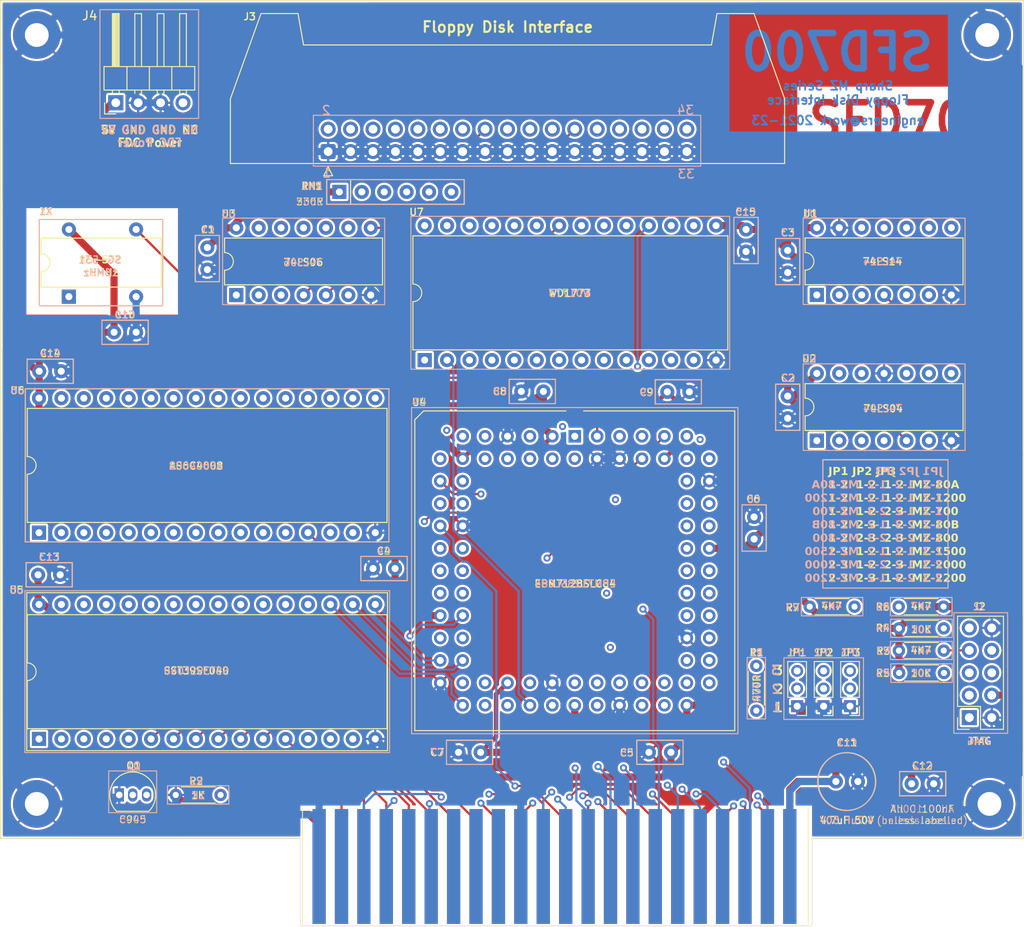
<source format=kicad_pcb>
(kicad_pcb
	(version 20240108)
	(generator "pcbnew")
	(generator_version "8.0")
	(general
		(thickness 1.6)
		(legacy_teardrops no)
	)
	(paper "A4")
	(layers
		(0 "F.Cu" mixed)
		(1 "In1.Cu" signal)
		(2 "In2.Cu" signal)
		(31 "B.Cu" mixed)
		(32 "B.Adhes" user "B.Adhesive")
		(33 "F.Adhes" user "F.Adhesive")
		(34 "B.Paste" user)
		(35 "F.Paste" user)
		(36 "B.SilkS" user "B.Silkscreen")
		(37 "F.SilkS" user "F.Silkscreen")
		(38 "B.Mask" user)
		(39 "F.Mask" user)
		(40 "Dwgs.User" user "User.Drawings")
		(41 "Cmts.User" user "User.Comments")
		(42 "Eco1.User" user "User.Eco1")
		(43 "Eco2.User" user "User.Eco2")
		(44 "Edge.Cuts" user)
		(45 "Margin" user)
		(46 "B.CrtYd" user "B.Courtyard")
		(47 "F.CrtYd" user "F.Courtyard")
		(48 "B.Fab" user)
		(49 "F.Fab" user)
	)
	(setup
		(stackup
			(layer "F.SilkS"
				(type "Top Silk Screen")
				(color "White")
			)
			(layer "F.Paste"
				(type "Top Solder Paste")
			)
			(layer "F.Mask"
				(type "Top Solder Mask")
				(thickness 0.01)
			)
			(layer "F.Cu"
				(type "copper")
				(thickness 0.035)
			)
			(layer "dielectric 1"
				(type "prepreg")
				(thickness 0.1)
				(material "FR4")
				(epsilon_r 4.5)
				(loss_tangent 0.02)
			)
			(layer "In1.Cu"
				(type "copper")
				(thickness 0.035)
			)
			(layer "dielectric 2"
				(type "core")
				(thickness 1.24)
				(material "FR4")
				(epsilon_r 4.5)
				(loss_tangent 0.02)
			)
			(layer "In2.Cu"
				(type "copper")
				(thickness 0.035)
			)
			(layer "dielectric 3"
				(type "prepreg")
				(thickness 0.1)
				(material "FR4")
				(epsilon_r 4.5)
				(loss_tangent 0.02)
			)
			(layer "B.Cu"
				(type "copper")
				(thickness 0.035)
			)
			(layer "B.Mask"
				(type "Bottom Solder Mask")
				(thickness 0.01)
			)
			(layer "B.Paste"
				(type "Bottom Solder Paste")
			)
			(layer "B.SilkS"
				(type "Bottom Silk Screen")
				(color "White")
			)
			(copper_finish "None")
			(dielectric_constraints no)
		)
		(pad_to_mask_clearance 0)
		(allow_soldermask_bridges_in_footprints no)
		(pcbplotparams
			(layerselection 0x00010fc_ffffffff)
			(plot_on_all_layers_selection 0x0000000_00000000)
			(disableapertmacros no)
			(usegerberextensions no)
			(usegerberattributes no)
			(usegerberadvancedattributes no)
			(creategerberjobfile no)
			(dashed_line_dash_ratio 12.000000)
			(dashed_line_gap_ratio 3.000000)
			(svgprecision 6)
			(plotframeref no)
			(viasonmask no)
			(mode 1)
			(useauxorigin no)
			(hpglpennumber 1)
			(hpglpenspeed 20)
			(hpglpendiameter 15.000000)
			(pdf_front_fp_property_popups yes)
			(pdf_back_fp_property_popups yes)
			(dxfpolygonmode yes)
			(dxfimperialunits yes)
			(dxfusepcbnewfont yes)
			(psnegative no)
			(psa4output no)
			(plotreference yes)
			(plotvalue yes)
			(plotfptext yes)
			(plotinvisibletext no)
			(sketchpadsonfab no)
			(subtractmaskfromsilk no)
			(outputformat 1)
			(mirror no)
			(drillshape 0)
			(scaleselection 1)
			(outputdirectory "Output/v1.2/")
		)
	)
	(net 0 "")
	(net 1 "+5V")
	(net 2 "GNDPWR")
	(net 3 "unconnected-(J1-~{HALT}-Pad28)")
	(net 4 "unconnected-(U2-Pad10)")
	(net 5 "unconnected-(J1-IE1-Pad30)")
	(net 6 "unconnected-(J1-NC-Pad32)")
	(net 7 "/Logic Sheet/D2")
	(net 8 "/Logic Sheet/D3")
	(net 9 "/Logic Sheet/D1")
	(net 10 "/Logic Sheet/D4")
	(net 11 "/Logic Sheet/D0")
	(net 12 "/Logic Sheet/D5")
	(net 13 "/Logic Sheet/D6")
	(net 14 "/Logic Sheet/A15")
	(net 15 "/Logic Sheet/D7")
	(net 16 "/Logic Sheet/A14")
	(net 17 "unconnected-(J1-NC-Pad42)")
	(net 18 "/Logic Sheet/BUS0")
	(net 19 "/Logic Sheet/A13")
	(net 20 "/Logic Sheet/~{M1}")
	(net 21 "/Logic Sheet/A12")
	(net 22 "/Logic Sheet/~{WR}")
	(net 23 "/Logic Sheet/A11")
	(net 24 "/Logic Sheet/~{RD}")
	(net 25 "/Logic Sheet/A10")
	(net 26 "/Logic Sheet/~{IORQ}")
	(net 27 "/Logic Sheet/A9")
	(net 28 "/Logic Sheet/~{MREQ}")
	(net 29 "/Logic Sheet/A8")
	(net 30 "/Logic Sheet/A7")
	(net 31 "unconnected-(J1-~{EXRESET}-Pad36)")
	(net 32 "/Logic Sheet/A6")
	(net 33 "/Logic Sheet/JTAG_TCLK")
	(net 34 "/Logic Sheet/A5")
	(net 35 "/Logic Sheet/A4")
	(net 36 "/Logic Sheet/RESET")
	(net 37 "/Logic Sheet/A3")
	(net 38 "/Logic Sheet/JTAG_TDO")
	(net 39 "/Logic Sheet/A2")
	(net 40 "/Logic Sheet/~{INT}")
	(net 41 "/Logic Sheet/A1")
	(net 42 "/Logic Sheet/~{EXWAIT}")
	(net 43 "/Logic Sheet/A0")
	(net 44 "/Logic Sheet/~{DRVSD}")
	(net 45 "/Logic Sheet/~{INDEX}")
	(net 46 "/Logic Sheet/~{DRVSA}")
	(net 47 "/Logic Sheet/~{DRVSB}")
	(net 48 "/Logic Sheet/~{DRVSC}")
	(net 49 "/Logic Sheet/~{MOTOR}")
	(net 50 "/Logic Sheet/~{DIR}")
	(net 51 "/Logic Sheet/~{STEP}")
	(net 52 "/Logic Sheet/~{WDATA}")
	(net 53 "/Logic Sheet/~{WGATE}")
	(net 54 "/Logic Sheet/~{TRK00}")
	(net 55 "/Logic Sheet/~{WPT}")
	(net 56 "/Logic Sheet/~{RDATA}")
	(net 57 "/Logic Sheet/~{SIDE1}")
	(net 58 "/Logic Sheet/RDY")
	(net 59 "Net-(JP1-B)")
	(net 60 "unconnected-(X1-OE-Pad1)")
	(net 61 "Net-(Q1-B)")
	(net 62 "/Logic Sheet/JTAG_TMS")
	(net 63 "unconnected-(J2-Pin_6-Pad6)")
	(net 64 "/Logic Sheet/~{JTAG_RESET}")
	(net 65 "unconnected-(J2-Pin_8-Pad8)")
	(net 66 "/Logic Sheet/JTAG_TDI")
	(net 67 "unconnected-(J3-Pin_2-Pad2)")
	(net 68 "unconnected-(J3-Pin_4-Pad4)")
	(net 69 "/Logic Sheet/INT")
	(net 70 "Net-(U1-Pad4)")
	(net 71 "Net-(U1-Pad6)")
	(net 72 "Net-(U1-Pad8)")
	(net 73 "/Logic Sheet/ID0")
	(net 74 "Net-(U1-Pad10)")
	(net 75 "unconnected-(U1-Pad12)")
	(net 76 "/Logic Sheet/~{FDC}(0xD8:0xDB)")
	(net 77 "Net-(U4B-GCLRn)")
	(net 78 "/Logic Sheet/DRQ")
	(net 79 "/Logic Sheet/ID1")
	(net 80 "/Logic Sheet/ID2")
	(net 81 "/Logic Sheet/ID3")
	(net 82 "/Logic Sheet/ID4")
	(net 83 "/Logic Sheet/ID5")
	(net 84 "/Logic Sheet/ID6")
	(net 85 "/Logic Sheet/ID7")
	(net 86 "/Logic Sheet/SIDE1")
	(net 87 "/Logic Sheet/MOTOR")
	(net 88 "/Logic Sheet/~{DDEN}")
	(net 89 "/Logic Sheet/INTRQ")
	(net 90 "Net-(U7-RDY{slash}ENP)")
	(net 91 "unconnected-(U4A-IO_75-Pad75)")
	(net 92 "Net-(U4A-IO_81)")
	(net 93 "Net-(U4B-GCLK1)")
	(net 94 "Net-(U7-~{IP})")
	(net 95 "Net-(U7-~{TR00})")
	(net 96 "Net-(U4A-IO_79)")
	(net 97 "Net-(U4A-IO_80)")
	(net 98 "Net-(U7-~{RD})")
	(net 99 "Net-(U7-~{WPRT})")
	(net 100 "Net-(U7-WG)")
	(net 101 "Net-(U7-WD)")
	(net 102 "Net-(U7-DIRC)")
	(net 103 "Net-(U7-STEP)")
	(net 104 "Net-(U4A-IO_76)")
	(net 105 "Net-(U4A-IO_77)")
	(net 106 "Net-(JP1-C)")
	(net 107 "Net-(JP2-C)")
	(net 108 "Net-(JP3-C)")
	(net 109 "unconnected-(J4-Pin_4-Pad4)")
	(footprint "Capacitor_THT:C_Disc_D5.0mm_W2.5mm_P2.50mm" (layer "F.Cu") (at 189.225 84.866 -90))
	(footprint "Capacitor_THT:C_Disc_D5.0mm_W2.5mm_P2.50mm" (layer "F.Cu") (at 189.225 68.356 -90))
	(footprint "Capacitor_THT:C_Disc_D5.0mm_W2.5mm_P2.50mm" (layer "F.Cu") (at 176.002 125.222 180))
	(footprint "Capacitor_THT:C_Disc_D5.0mm_W2.5mm_P2.50mm" (layer "F.Cu") (at 185.42 101.052 90))
	(footprint "Capacitor_THT:C_Disc_D5.0mm_W2.5mm_P2.50mm" (layer "F.Cu") (at 154.432 125.222 180))
	(footprint "Capacitor_THT:C_Disc_D5.0mm_W2.5mm_P2.50mm" (layer "F.Cu") (at 161.544 84.328 180))
	(footprint "Capacitor_THT:C_Disc_D5.0mm_W2.5mm_P2.50mm" (layer "F.Cu") (at 175.5848 84.3788))
	(footprint "Capacitor_THT:C_Disc_D5.0mm_W2.5mm_P2.50mm" (layer "F.Cu") (at 112.8976 77.6224))
	(footprint "Connector_PinSocket_2.54mm:PinSocket_2x05_P2.54mm_Vertical" (layer "F.Cu") (at 209.804 121.285 180))
	(footprint "Resistor_THT:R_Axial_DIN0204_L3.6mm_D1.6mm_P5.08mm_Horizontal" (layer "F.Cu") (at 185.674 120.4976 90))
	(footprint "Resistor_THT:R_Axial_DIN0204_L3.6mm_D1.6mm_P5.08mm_Horizontal" (layer "F.Cu") (at 124.968 130.048 180))
	(footprint "Resistor_THT:R_Array_SIP6" (layer "F.Cu") (at 138.43 61.722))
	(footprint "Package_DIP:DIP-14_W7.62mm" (layer "F.Cu") (at 192.527 73.396 90))
	(footprint "Package_DIP:DIP-14_W7.62mm" (layer "F.Cu") (at 192.527 89.906 90))
	(footprint "Package_LCC:PLCC-84_THT-Socket" (layer "F.Cu") (at 165.1 89.408))
	(footprint "SFD700:BUS_MZ800" (layer "F.Cu") (at 162.8 137.95))
	(footprint "Capacitor_THT:C_Disc_D5.0mm_W2.5mm_P2.50mm" (layer "F.Cu") (at 144.74 104.394 180))
	(footprint "MountingHole:MountingHole_2.7mm_M2.5_Pad" (layer "F.Cu") (at 104.14 131.064))
	(footprint "Capacitor_THT:C_Disc_D5.0mm_W2.5mm_P2.50mm" (layer "F.Cu") (at 104.414 82.042))
	(footprint "Capacitor_THT:C_Disc_D5.0mm_W2.5mm_P2.50mm" (layer "F.Cu") (at 203.2708 128.778))
	(footprint "Capacitor_THT:C_Radial_D6.3mm_H5.0mm_P2.50mm" (layer "F.Cu") (at 194.6856 128.524))
	(footprint "Connector_PinHeader_2.00mm:PinHeader_1x03_P2.00mm_Vertical"
		(layer "F.Cu")
		(uuid "21823201-1a71-4b7a-a883-1ca057e155de")
		(at 190.2968 119.992 180)
		(descr "Through hole straight pin header, 1x03, 2.00mm pitch, single row")
		(tags "Through hole pin header THT 1x03 2.00mm single row")
		(property "Reference" "JP1"
			(at 0.0508 6.073 0)
			(unlocked yes)
			(layer "F.SilkS")
			(uuid "d8d065fa-8f8e-4a0d-a38e-64b741f00df5")
			(effects
				(font
					(size 0.8 0.8)
					(thickness 0.15)
				)
			)
		)
		(property "Value" "MODE[2]"
			(at -0.762 6.06 0)
			(unlocked yes)
			(layer "F.SilkS")
			(hide yes)
			(uuid "416b44da-cd09-457f-8c38-8fc49644a27a")
			(effects
				(font
					(size 0.8 0.8)
					(thickness 0.1)
				)
			)
		)
		(property "Footprint" ""
			(at 0 0 180)
			(layer "F.Fab")
			(hide yes)
			(uuid "bb4260bd-7c57-4abc-b781-beb8fcf4abb8")
			(effects
				(font
					(size 1.27 1.27)
					(thickness 0.15)
				)
			)
		)
		(property "Datasheet" ""
			(at 0 0 180)
			(layer "F.Fab")
			(hide yes)
			(uuid "a8bec13a-203e-479d-8cc7-c663f87bbad9")
			(effects
				(font
					(size 1.27 1.27)
					(thickness 0.15)
				)
			)
		)
		(property "Description" "Solder Jumper, 3-pole, open"
			(at 0 0 180)
			(layer "F.Fab")
			(hide yes)
			(uuid "a27cba79-92de-4d3b-b459-5d0c8cc7bf2e")
			(effects
				(font
					(size 1.27 1.27)
					(thickness 0.15)
				)
			)
		)
		(path "/72b0ae8c-697c-4f96-97c5-cc0479b35a00/58210423-bd32-48be-8b37-250b2b1d7131")
		(sheetname "Logic Sheet")
		(sheetfile "Logic.kicad_sch")
		(attr through_hole)
		(fp_line
			(start 1.06 1)
			(end 1.06 5.06)
			(stroke
				(width 0.12)
				(type solid)
			)
			(layer "F.SilkS")
			(uuid "71b3a252-d617-47c6-a639-2b64ca720f60")
		)
		(fp_line
			(start -1.06 5.06)
			(end 1.06 5.06)
			(stroke
				(width 0.12)
				(type solid)
			)
			(layer "F.SilkS")
			(uuid "04953a3d-2d92-4770-b86b-25d59b13eca9")
		)
		(fp_line
			(start -1.06 1)
			(end 1.06 1)
			(stroke
				(width 0.12)
				(type solid)
			)
			(layer "F.SilkS")
			(uuid "99dec881-03bc-405a-85f3-cb7943251fee")
		)
		(fp_line
			(start -1.06 1)
			(end -1.06 5.06)
			(stroke
				(width 0.12)
				(type solid)
			)
			(layer "F.SilkS")
			(uuid "745125ff-ff22-4b1e-b7fe-2fc0e4cf6cb6")
		)
		(fp_line
			(start -1.06 0)
			(end -1.06 -1.06)
			(stroke
				(width 0.12)
				(type solid)
			)
			(layer "F.SilkS")
			(uuid "88b40646-a28d-4b11-b901-6e4c40872d54")
		)
		(fp_line
			(start -1.06 -1.06)
			(end 0 -1.06)
			(stroke
				(width 0.12)
				(type solid)
			)
			(layer "F.SilkS")
			(uuid "d1f3cc00-88ca-400c-b449-fe187d1fd13b")
		)
		(fp_line
			(start 1.5 5.5)
			(end 1.5 -1.5)
			(stroke
				(width 0.05)
				(type solid)
			)
			(layer "F.CrtYd")
			(uuid "de78669a-cdcb-4b03-af59-eb994f8da8a9")
		)
		(fp_line
			(start 1.5 -1.5)
			(end -1.5 -1.5)
			(stroke
				(width 0.05)
				(type solid)
			)
			(layer "F.CrtYd")
			(uuid "007775c4-3d38-44bf-a265-f8be99c78f51")
		)
		(fp_line
			(start -1.5 5.5)
			(end 1.5 5.5)
			(stroke
				(width 0.05)
				(type solid)
			)
			(layer "F.CrtYd")
			(uuid "b73b313f-57f6-433b-98ac-e0555b00f968")
		)
		(fp_line
			(start -1.5 -1.5)
			(end -1.5 5.5)
			(stroke
				(width 0.05)
				(type solid)
			)
			(layer "F.CrtYd")
			(uuid "35ed61e3-1eb3-40dc-b469-3f8d08d0d24f")
		)
		(fp_line
			(start 1 5)
			(end -1 5)
			(stroke
				(width 0.1)
				(type solid)
			)
			(layer "F.Fab")
			(uuid "5c1818f2-ea13-479d-bf2b-c6bf8ebf7656")
		)
		(fp_line
			(start 1 -1)
			(end 1 5)
			(stroke
				(width 0.1)
				(type solid)
			)
			(layer "F.Fab")
			(uuid "c0d04225-f926-42a4-aeb5-96663e839754")
		)
		(fp_line
			(start -0.5 -1)
			(end 1 -1)
			(stroke
				(width 0.1)
				(type solid)
			)
			(layer "F.Fab")
			(uuid "223046e6-2b43-476b-83c5-e35169374307")
		)
		(fp_line
			(start -1 5)
			(end -1 -0.5)
			(stroke
				(width 0.1)
				(type solid)
			)
			(layer "F.Fab")
			(uuid "4f5dfc24-22ca-4423-be96-9ebdc2aa3f46")
		)
		(fp_line
			(start -1 -0.5)
			(end -0.5 -1)
			(stroke
				(width 0.1)
				(type solid)
			)
			(layer "F.Fab")
			(uuid "3429c58b-4dff-4199-8c43-b0044413da35")
		)
		(fp_text user "${REFERENCE}"
			(at 0.0508 6.073 0)
			(unlocked yes)
			(layer "B.SilkS")
			(uuid "d4711ff5-74d3-4fc5-81b6-e9937a85f0c4")
			(effects
				(font
					(size 0.8 0.8)
					(thickness 0.15)
				)
				(justify mirror)
			)
		)
		(fp_text user "${REFERENCE}"
			(at 0 2 90)
			(layer "F.Fab")
			(hide yes)
			(uuid "c80413da-5beb-485b-aa28-45c65876882c")
			(effects
				(font
					(size 1 1)
					(thickness 0.15)
				)
			)
		)
		(pad "1" thru_hole rect
			(at 0 0 180)
			(size 1.35 1.35)
			(drill 0.8)
			(layers "*.Cu" "*.Mask" "In3.Cu" "In4.Cu" "In5.Cu" "In6.Cu" "In7.Cu" "In8.Cu"
				"In9.Cu" "In10.Cu" "In11.Cu" "In12.Cu" "In13.Cu" "In14.Cu" "In15.Cu"
				"In16.Cu" "In17.Cu" "In18.Cu" "In19.Cu" "In20.Cu" "In21.Cu" "In22.Cu"
				"In23.Cu" "In24.Cu" "In25.Cu" "In26.Cu" "In27.Cu" "In28.Cu" "In29.Cu"
				"In30.Cu"
			)
			(remove_unused_layers no)
			(net 2 "GNDPWR")
			(pinfunction "A")
			(pintype "passive")
			(uuid "1950a618-0d64-499d-82c9-f960411a8f53")
		)
		(pad "2" thru_hole oval
			(at 0 2 180)
			(size 1.35 1.35)
			(drill 0.8)
			(layers "*.Cu" "*.Mask" "In3.Cu" "In4.Cu" "In5.Cu" "In6.Cu" "In7.Cu" "In8.Cu"
				"In9.Cu" "In10.Cu" "In11.Cu" "In12.Cu" "In13.Cu" "In14.Cu" "In15.Cu"
				"In16.Cu" "In17.Cu" "In18.Cu" "In19.Cu" "In20.Cu" "In21.Cu" "
... [3622466 chars truncated]
</source>
